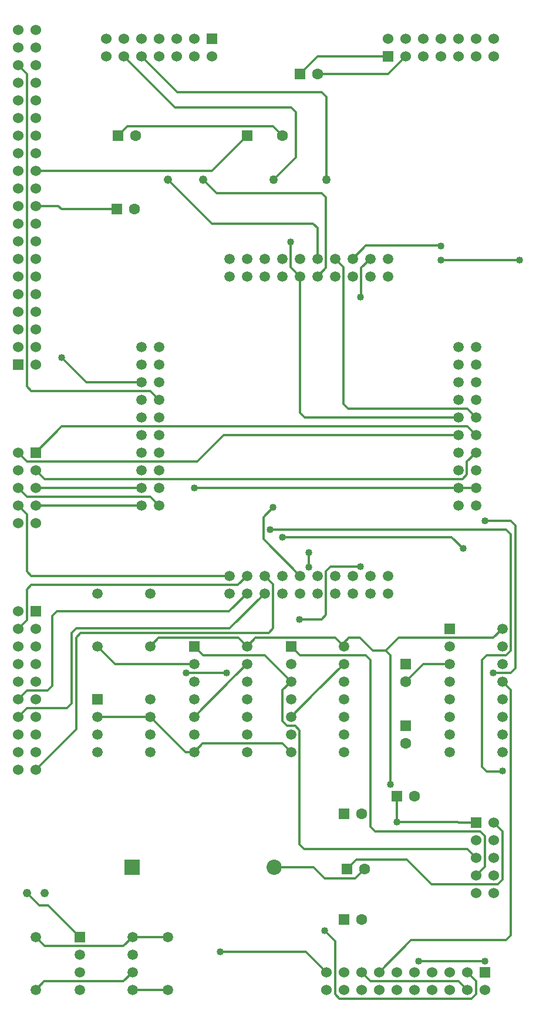
<source format=gbr>
G04 DipTrace 2.3.1.0*
%INPerif_Top.gbr*%
%MOIN*%
%ADD13C,0.013*%
%ADD14C,0.0591*%
%ADD15C,0.06*%
%ADD16R,0.06X0.06*%
%ADD17C,0.05*%
%ADD18C,0.05*%
%ADD19C,0.048*%
%ADD20C,0.063*%
%ADD21R,0.063X0.063*%
%ADD22R,0.0591X0.0591*%
%ADD23C,0.0591*%
%ADD25R,0.0866X0.0866*%
%ADD26C,0.0866*%
%ADD27C,0.04*%
%FSLAX44Y44*%
G04*
G70*
G90*
G75*
G01*
%LNTop*%
%LPD*%
X12437Y33937D2*
D13*
X6437D1*
X13437Y38937D2*
X12947Y39427D1*
X6192D1*
X5932Y39687D1*
Y57442D1*
X5437Y57937D1*
X7904Y41338D2*
X9304Y39937D1*
X12437D1*
X22937Y51437D2*
Y56125D1*
X22677Y56385D1*
X14489D1*
X12437Y58437D1*
X31437Y37937D2*
X30947Y38427D1*
X24187D1*
X23927Y38687D1*
Y46447D1*
X23437Y46937D1*
X32437Y14937D2*
X32932Y14442D1*
Y11692D1*
X32672Y11432D1*
X28911D1*
X27525Y12818D1*
X24638D1*
X24128Y12309D1*
X31939Y32048D2*
X33419D1*
X33679Y31788D1*
Y23687D1*
X33419Y23427D1*
X32440D1*
X32426Y23441D1*
X31437Y33937D2*
X30437D1*
X32426Y23441D2*
D3*
X30437Y33937D2*
X15445D1*
X30437Y37937D2*
X21697D1*
X21437Y38197D1*
Y45937D1*
X24937Y6437D2*
X25442Y5932D1*
X30442D1*
X30937Y5437D1*
X22437Y57437D2*
X26437D1*
X27437Y58437D1*
X9937Y20937D2*
X12937D1*
X11059Y49749D2*
X7914D1*
X7726Y49937D1*
X6437D1*
X19972Y12402D2*
X22227D1*
X22855Y11774D1*
X24593D1*
X25128Y12309D1*
X31437Y14937D2*
X30436D1*
X30409Y14964D1*
X26937D1*
X11122Y53937D2*
X11632Y54447D1*
X19927D1*
X20437Y53937D1*
X21437Y45937D2*
X20928Y46446D1*
Y47899D1*
X15437Y18937D2*
X15927Y19427D1*
X20447D1*
X20937Y18937D1*
X12937Y20937D2*
X14937Y18937D1*
X15437D1*
X26937Y14964D2*
Y16437D1*
X19937Y51437D2*
X21207Y52707D1*
Y55261D1*
X20947Y55521D1*
X14353D1*
X11437Y58437D1*
X19921Y32828D2*
X19364Y32270D1*
Y31010D1*
X21437Y28937D1*
X23929Y23937D2*
X22281Y22289D1*
Y22281D1*
X20937Y20937D1*
X21935Y29417D2*
Y30262D1*
X20441Y31139D2*
X30055D1*
X30705Y30489D1*
X19759Y31561D2*
X33159D1*
X33419Y31301D1*
Y24687D1*
X33159Y24427D1*
X32031D1*
X31771Y24167D1*
Y18099D1*
X32031Y17839D1*
X32931D1*
X32946Y17854D1*
X15437Y24937D2*
X15947Y24427D1*
X19447D1*
X20937Y22937D1*
X25437Y46937D2*
X24927Y46427D1*
Y44784D1*
X24891Y44748D1*
X21415Y26462D2*
X22667D1*
X22927Y26721D1*
Y29190D1*
X23187Y29450D1*
X24891D1*
X20937Y22937D2*
X20446Y22446D1*
Y20687D1*
X20706Y20427D1*
X21167D1*
X21427Y20167D1*
Y13692D1*
X21687Y13432D1*
X30942D1*
X31437Y12937D1*
X24891Y44748D2*
D3*
X29438Y46859D2*
X33920D1*
X29438Y47671D2*
X29422Y47687D1*
X25187D1*
X24437Y46937D1*
X20937Y24937D2*
X21447Y24427D1*
X25187D1*
X25447Y24167D1*
Y14692D1*
X25707Y14432D1*
X31672D1*
X31932Y14172D1*
Y12432D1*
X31437Y11937D1*
X14984Y23441D2*
X17290D1*
X13937Y51437D2*
X16435Y48939D1*
X22177D1*
X22437Y48680D1*
Y46937D1*
X15937Y51437D2*
X16699Y50675D1*
X22667D1*
X22927Y50415D1*
Y46427D1*
X22437Y45937D1*
X18429Y23937D2*
X17685Y23193D1*
Y23185D1*
X15437Y20937D1*
Y23937D2*
X10937D1*
X9937Y24937D1*
X18437Y27937D2*
X17412Y26912D1*
X7640D1*
X7380Y26652D1*
Y22692D1*
X7121Y22432D1*
X5932D1*
X5437Y21937D1*
X13437Y32937D2*
X12942Y33432D1*
X5942D1*
X5437Y33937D1*
X12437Y32937D2*
X6437D1*
X17437Y28937D2*
X6192D1*
X5932Y29197D1*
Y32442D1*
X5437Y32937D1*
X18437Y28937D2*
X17927Y28427D1*
X6192D1*
X5932Y28167D1*
Y26432D1*
X5437Y25937D1*
X19437Y28937D2*
X19927Y28447D1*
Y25947D1*
X19667Y25687D1*
X8994D1*
X8734Y25427D1*
Y20234D1*
X6437Y17937D1*
X19437Y27937D2*
X17447Y25947D1*
X8734D1*
X8474Y25687D1*
Y21692D1*
X8214Y21432D1*
X5932D1*
X5437Y20937D1*
X31437Y36937D2*
X30947Y37427D1*
X7927D1*
X6437Y35937D1*
X30437Y36937D2*
X17106D1*
X15601Y35432D1*
X5942D1*
X5437Y35937D1*
X31437D2*
X30927Y35427D1*
Y34692D1*
X30667Y34432D1*
X6942D1*
X6437Y34937D1*
X18437Y53937D2*
X16437Y51937D1*
X6437D1*
X21437Y57437D2*
X22437Y58437D1*
X26437D1*
X31939Y7071D2*
X28171D1*
X32929Y25937D2*
X32419Y25427D1*
X27060D1*
X26320Y24687D1*
X25594D1*
X24858Y25422D1*
X24422D1*
X24417Y25427D1*
X24224D1*
X23929Y25132D1*
Y24937D1*
X13937Y8437D2*
X11937D1*
X26580Y17107D2*
Y24427D1*
X26320Y24687D1*
X18429Y24937D2*
X17939Y25427D1*
X13427D1*
X12937Y24937D1*
X23929D2*
X23439Y25427D1*
X18919D1*
X18429Y24937D1*
X23929D2*
D3*
X11937Y8437D2*
X11427Y7927D1*
X6947D1*
X6437Y8437D1*
X16905Y7595D2*
X21779D1*
X22937Y6437D1*
X32929Y22937D2*
X33419Y22447D1*
Y8521D1*
X33159Y8262D1*
X27762D1*
X25937Y6437D1*
X29937Y23937D2*
X28437D1*
X27437Y22937D1*
X8937Y8437D2*
X7132Y10242D1*
X6632D1*
X5937Y10937D1*
X13937Y5437D2*
X11937D1*
Y6437D2*
X11427Y5927D1*
X6927D1*
X6437Y5437D1*
X22844Y8792D2*
X23432Y8205D1*
Y5202D1*
X23692Y4942D1*
X31172D1*
X31432Y5202D1*
Y5942D1*
X30937Y6437D1*
D27*
X7904Y41338D3*
X32426Y23441D3*
X31939Y32048D3*
X15439Y33932D3*
X20928Y47899D3*
X26937Y14964D3*
X19921Y32828D3*
X21935Y30262D3*
Y29417D3*
X30705Y30489D3*
X20441Y31139D3*
X32946Y17854D3*
X19759Y31561D3*
X24891Y44748D3*
Y29450D3*
X21415Y26462D3*
X33920Y46859D3*
X29438D3*
Y47671D3*
X17290Y23441D3*
X14984D3*
X28171Y7071D3*
X31939D3*
X26580Y17107D3*
X16901Y7591D3*
X22844Y8792D3*
D14*
X12437Y33937D3*
Y34937D3*
Y35937D3*
Y36937D3*
Y37937D3*
Y38937D3*
Y39937D3*
Y40937D3*
Y41937D3*
Y32937D3*
X13437D3*
Y33937D3*
Y34937D3*
Y35937D3*
Y36937D3*
Y37937D3*
Y38937D3*
Y39937D3*
Y40937D3*
Y41937D3*
X31437Y32937D3*
Y33937D3*
Y34937D3*
Y35937D3*
Y36937D3*
Y37937D3*
Y38937D3*
Y39937D3*
Y40937D3*
Y41937D3*
X30437Y32937D3*
Y33937D3*
Y34937D3*
Y35937D3*
Y36937D3*
Y37937D3*
Y38937D3*
Y39937D3*
Y40937D3*
Y41937D3*
X17437Y45937D3*
X18437D3*
X19437D3*
X20437D3*
X21437D3*
X22437D3*
X23437D3*
X24437D3*
X25437D3*
X26437D3*
X18437Y46937D3*
X19437D3*
X20437D3*
X21437D3*
X22437D3*
X23437D3*
X24437D3*
X25437D3*
X26437D3*
X17437D3*
Y27937D3*
X18437D3*
X19437D3*
X20437D3*
X21437D3*
X22437D3*
X23437D3*
X24437D3*
X25437D3*
X26437D3*
X17437Y28937D3*
X18437D3*
X19437D3*
X20437D3*
X21437D3*
X22437D3*
X23437D3*
X24437D3*
X25437D3*
X26437D3*
D15*
X5437Y59937D3*
Y58937D3*
Y57937D3*
Y56937D3*
Y55937D3*
Y54937D3*
Y53937D3*
Y52937D3*
Y51937D3*
Y50937D3*
Y49937D3*
Y48937D3*
Y47937D3*
Y46937D3*
Y45937D3*
Y44937D3*
Y43937D3*
Y42937D3*
Y41937D3*
D16*
Y40937D3*
D15*
X6437D3*
Y41937D3*
Y42937D3*
Y43937D3*
Y44937D3*
Y45937D3*
Y46937D3*
Y47937D3*
Y48937D3*
Y49937D3*
Y50937D3*
Y51937D3*
Y52937D3*
Y53937D3*
Y54937D3*
Y55937D3*
Y56937D3*
Y57937D3*
Y58937D3*
Y59937D3*
X32437Y10937D3*
X31437D3*
Y11937D3*
X32437D3*
X31437Y12937D3*
X32437D3*
X31437Y13937D3*
X32437D3*
Y14937D3*
D16*
X31437D3*
X16437Y59437D3*
D15*
X15437D3*
X14437D3*
X13437D3*
X12437D3*
X11437D3*
X10437D3*
Y58437D3*
X11437D3*
X12437D3*
X13437D3*
X14437D3*
X15437D3*
X16437D3*
D17*
X22937Y51437D3*
D18*
X19937D3*
D19*
X13937D3*
X15937D3*
D20*
X12059Y49749D3*
D21*
X11059D3*
D20*
X12122Y53937D3*
D21*
X11122D3*
D22*
X9937Y21937D3*
D23*
Y20937D3*
Y19937D3*
Y18937D3*
X12937D3*
Y19937D3*
Y20937D3*
Y21937D3*
D22*
X15437Y24937D3*
D23*
Y23937D3*
Y22937D3*
Y21937D3*
Y20937D3*
Y19937D3*
Y18937D3*
X18429D3*
Y19937D3*
Y20937D3*
Y21937D3*
Y22937D3*
Y23937D3*
Y24937D3*
D14*
X12937D3*
D23*
X9937D3*
D14*
X12937Y27937D3*
D23*
X9937D3*
D20*
X24937Y9437D3*
D21*
X23937D3*
D22*
X29937Y25937D3*
D23*
Y24937D3*
Y23937D3*
Y22937D3*
Y21937D3*
Y20937D3*
Y19937D3*
Y18937D3*
X32929D3*
Y19937D3*
Y20937D3*
Y21937D3*
Y22937D3*
Y23937D3*
Y24937D3*
Y25937D3*
D22*
X8937Y8437D3*
D23*
Y7437D3*
Y6437D3*
Y5437D3*
X11937D3*
Y6437D3*
Y7437D3*
Y8437D3*
D22*
X20937Y24937D3*
D23*
Y23937D3*
Y22937D3*
Y21937D3*
Y20937D3*
Y19937D3*
Y18937D3*
X23929D3*
Y19937D3*
Y20937D3*
Y21937D3*
Y22937D3*
Y23937D3*
Y24937D3*
D25*
X11902Y12402D3*
D26*
X19972D3*
D19*
X5937Y10937D3*
X6937D3*
D16*
X6437Y26937D3*
D15*
Y25937D3*
Y24937D3*
Y23937D3*
Y22937D3*
Y21937D3*
Y20937D3*
Y19937D3*
Y18937D3*
Y17937D3*
X5437D3*
Y18937D3*
Y19937D3*
Y20937D3*
Y21937D3*
Y22937D3*
Y23937D3*
Y24937D3*
Y25937D3*
Y26937D3*
D16*
X31937Y6437D3*
D15*
X30937D3*
X29937D3*
X28937D3*
X27937D3*
X26937D3*
X25937D3*
X24937D3*
X23937D3*
X22937D3*
Y5437D3*
X23937D3*
X24937D3*
X25937D3*
X26937D3*
X27937D3*
X28937D3*
X29937D3*
X30937D3*
X31937D3*
D21*
X23937Y15437D3*
D20*
X24937D3*
D21*
X26937Y16437D3*
D20*
X27937D3*
D21*
X27437Y20437D3*
D20*
Y19437D3*
D21*
Y23937D3*
D20*
Y22937D3*
X22437Y57437D3*
D21*
X21437D3*
D20*
X20437Y53937D3*
D21*
X18437D3*
D14*
X6437Y8437D3*
D23*
Y5437D3*
D14*
X13937Y8437D3*
D23*
Y5437D3*
D16*
X26437Y58437D3*
D15*
X27437D3*
X28437D3*
X29437D3*
X30437D3*
X31437D3*
X32437D3*
Y59437D3*
X31437D3*
X30437D3*
X29437D3*
X28437D3*
X27437D3*
X26437D3*
X5437Y31937D3*
X6437D3*
Y32937D3*
X5437D3*
X6437Y33937D3*
X5437D3*
X6437Y34937D3*
X5437D3*
Y35937D3*
D16*
X6437D3*
D20*
X25128Y12309D3*
D21*
X24128D3*
M02*

</source>
